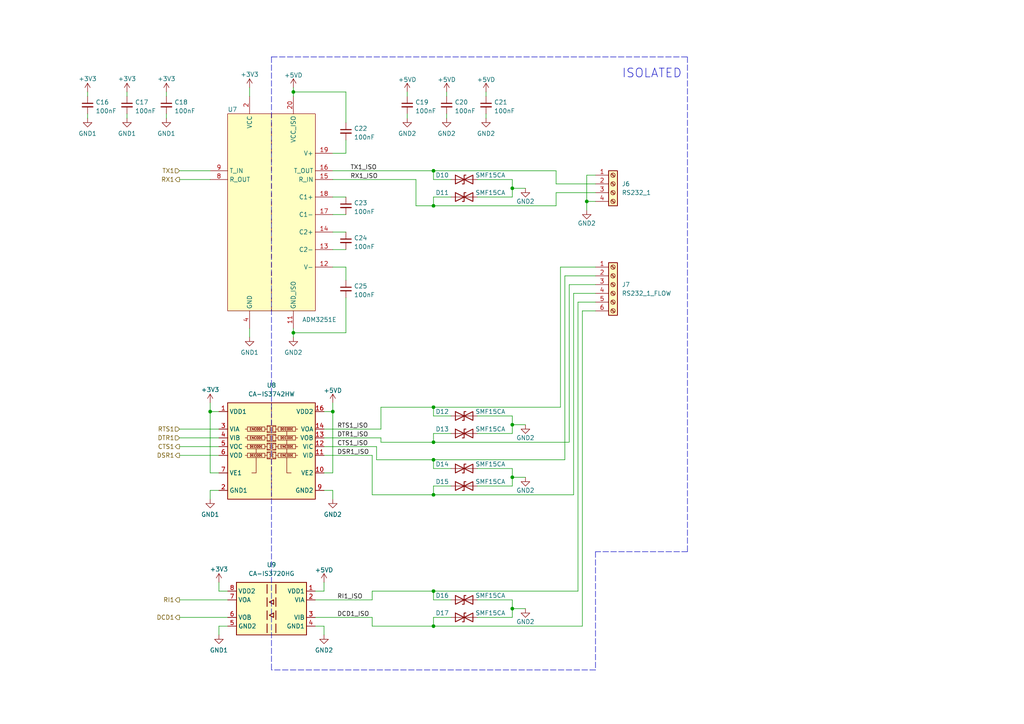
<source format=kicad_sch>
(kicad_sch (version 20211123) (generator eeschema)
  (paper "A4")
  (title_block (title "CH344 Isolated Serial Adapter") (date "2022-10-29") (rev "1") (company "Sleepy Pony Labs"))
  (lib_symbols
    (symbol "Connector:Screw_Terminal_01x04" (pin_names (offset 1.016) hide)
      (property "Reference" "J" (at 0 5.08 0))
      (property "Value" "Screw_Terminal_01x04" (at 0 -7.62 0))
      (symbol "Screw_Terminal_01x04_1_1"
        (rectangle (start -1.27 3.81) (end 1.27 -6.35) (stroke (width 0.254)) (fill (type background)))
        (circle (center 0 -5.08) (radius 0.635) (stroke (width 0.1524)))
        (circle (center 0 -2.54) (radius 0.635) (stroke (width 0.1524)))
        (polyline (pts (xy -0.5334 -4.7498) (xy 0.3302 -5.588)) (stroke (width 0.1524)))
        (polyline (pts (xy -0.5334 -2.2098) (xy 0.3302 -3.048)) (stroke (width 0.1524)))
        (polyline (pts (xy -0.5334 0.3302) (xy 0.3302 -0.508)) (stroke (width 0.1524)))
        (polyline (pts (xy -0.5334 2.8702) (xy 0.3302 2.032)) (stroke (width 0.1524)))
        (polyline (pts (xy -0.3556 -4.572) (xy 0.508 -5.4102)) (stroke (width 0.1524)))
        (polyline (pts (xy -0.3556 -2.032) (xy 0.508 -2.8702)) (stroke (width 0.1524)))
        (polyline (pts (xy -0.3556 0.508) (xy 0.508 -0.3302)) (stroke (width 0.1524)))
        (polyline (pts (xy -0.3556 3.048) (xy 0.508 2.2098)) (stroke (width 0.1524)))
        (circle (center 0 0) (radius 0.635) (stroke (width 0.1524)))
        (circle (center 0 2.54) (radius 0.635) (stroke (width 0.1524)))
        (pin passive line (at -5.08 2.54 0) (length 3.81) (name "Pin_1") (number "1"))
        (pin passive line (at -5.08 0 0) (length 3.81) (name "Pin_2") (number "2"))
        (pin passive line (at -5.08 -2.54 0) (length 3.81) (name "Pin_3") (number "3"))
        (pin passive line (at -5.08 -5.08 0) (length 3.81) (name "Pin_4") (number "4"))
      )
    )
    (symbol "Connector:Screw_Terminal_01x06" (pin_names (offset 1.016) hide)
      (property "Reference" "J" (at 0 7.62 0))
      (property "Value" "Screw_Terminal_01x06" (at 0 -10.16 0))
      (symbol "Screw_Terminal_01x06_1_1"
        (rectangle (start -1.27 6.35) (end 1.27 -8.89) (stroke (width 0.254)) (fill (type background)))
        (circle (center 0 -7.62) (radius 0.635) (stroke (width 0.1524)))
        (circle (center 0 -5.08) (radius 0.635) (stroke (width 0.1524)))
        (circle (center 0 -2.54) (radius 0.635) (stroke (width 0.1524)))
        (polyline (pts (xy -0.5334 -7.2898) (xy 0.3302 -8.128)) (stroke (width 0.1524)))
        (polyline (pts (xy -0.5334 -4.7498) (xy 0.3302 -5.588)) (stroke (width 0.1524)))
        (polyline (pts (xy -0.5334 -2.2098) (xy 0.3302 -3.048)) (stroke (width 0.1524)))
        (polyline (pts (xy -0.5334 0.3302) (xy 0.3302 -0.508)) (stroke (width 0.1524)))
        (polyline (pts (xy -0.5334 2.8702) (xy 0.3302 2.032)) (stroke (width 0.1524)))
        (polyline (pts (xy -0.5334 5.4102) (xy 0.3302 4.572)) (stroke (width 0.1524)))
        (polyline (pts (xy -0.3556 -7.112) (xy 0.508 -7.9502)) (stroke (width 0.1524)))
        (polyline (pts (xy -0.3556 -4.572) (xy 0.508 -5.4102)) (stroke (width 0.1524)))
        (polyline (pts (xy -0.3556 -2.032) (xy 0.508 -2.8702)) (stroke (width 0.1524)))
        (polyline (pts (xy -0.3556 0.508) (xy 0.508 -0.3302)) (stroke (width 0.1524)))
        (polyline (pts (xy -0.3556 3.048) (xy 0.508 2.2098)) (stroke (width 0.1524)))
        (polyline (pts (xy -0.3556 5.588) (xy 0.508 4.7498)) (stroke (width 0.1524)))
        (circle (center 0 0) (radius 0.635) (stroke (width 0.1524)))
        (circle (center 0 2.54) (radius 0.635) (stroke (width 0.1524)))
        (circle (center 0 5.08) (radius 0.635) (stroke (width 0.1524)))
        (pin passive line (at -5.08 5.08 0) (length 3.81) (name "Pin_1") (number "1"))
        (pin passive line (at -5.08 2.54 0) (length 3.81) (name "Pin_2") (number "2"))
        (pin passive line (at -5.08 0 0) (length 3.81) (name "Pin_3") (number "3"))
        (pin passive line (at -5.08 -2.54 0) (length 3.81) (name "Pin_4") (number "4"))
        (pin passive line (at -5.08 -5.08 0) (length 3.81) (name "Pin_5") (number "5"))
        (pin passive line (at -5.08 -7.62 0) (length 3.81) (name "Pin_6") (number "6"))
      )
    )
    (symbol "Device:C_Small" (pin_numbers hide) (pin_names (offset 0.254) hide)
      (property "Reference" "C" (at 0.254 1.778 0))
      (property "Value" "C_Small" (at 0.254 -2.032 0))
      (symbol "C_Small_0_1"
        (polyline (pts (xy -1.524 -0.508) (xy 1.524 -0.508)) (stroke (width 0.3302)))
        (polyline (pts (xy -1.524 0.508) (xy 1.524 0.508)) (stroke (width 0.3048)))
      )
      (symbol "C_Small_1_1"
        (pin passive line (at 0 2.54 270) (length 2.032) (name "~") (number "1"))
        (pin passive line (at 0 -2.54 90) (length 2.032) (name "~") (number "2"))
      )
    )
    (symbol "Device:D_TVS" (pin_numbers hide) (pin_names (offset 1.016) hide)
      (property "Reference" "D" (at 0 2.54 0))
      (property "Value" "D_TVS" (at 0 -2.54 0))
      (symbol "D_TVS_0_1"
        (polyline (pts (xy 1.27 0) (xy -1.27 0)))
        (polyline (pts (xy 0.508 1.27) (xy 0 1.27) (xy 0 -1.27) (xy -0.508 -1.27)) (stroke (width 0.254)))
        (polyline (pts (xy -2.54 1.27) (xy -2.54 -1.27) (xy 2.54 1.27) (xy 2.54 -1.27) (xy -2.54 1.27)) (stroke (width 0.254)))
      )
      (symbol "D_TVS_1_1"
        (pin passive line (at -3.81 0 0) (length 2.54) (name "A1") (number "1"))
        (pin passive line (at 3.81 0 180) (length 2.54) (name "A2") (number "2"))
      )
    )
    (symbol "Isolator:ADuM1200AR"
      (property "Reference" "U" (at -10.16 8.89 0))
      (property "Value" "ADuM1200AR" (at -2.032 8.89 0))
      (symbol "ADuM1200AR_0_1"
        (rectangle (start -10.16 7.62) (end 10.16 -7.62) (stroke (width 0.254)) (fill (type background)))
        (polyline (pts (xy -1.27 -4.445) (xy -1.27 -6.985)) (stroke (width 0.254)))
        (polyline (pts (xy -1.27 -0.635) (xy -1.27 -3.175)) (stroke (width 0.254)))
        (polyline (pts (xy -1.27 3.175) (xy -1.27 0.635)) (stroke (width 0.254)))
        (polyline (pts (xy -1.27 6.985) (xy -1.27 4.445)) (stroke (width 0.254)))
        (polyline (pts (xy 1.27 -4.445) (xy 1.27 -6.985)) (stroke (width 0.254)))
        (polyline (pts (xy 1.27 -0.635) (xy 1.27 -3.175)) (stroke (width 0.254)))
        (polyline (pts (xy 1.27 3.175) (xy 1.27 0.635)) (stroke (width 0.254)))
        (polyline (pts (xy 1.27 6.985) (xy 1.27 4.445)) (stroke (width 0.254)))
        (polyline (pts (xy -0.635 -1.27) (xy -0.635 -2.54) (xy 0.635 -1.905) (xy -0.635 -1.27)) (stroke (width 0.254)))
        (polyline (pts (xy -0.635 1.27) (xy 0.635 1.905) (xy -0.635 2.54) (xy -0.635 1.27)) (stroke (width 0.254)))
      )
      (symbol "ADuM1200AR_1_1"
        (pin power_in line (at -12.7 5.08 0) (length 2.54) (name "VDD1") (number "1"))
        (pin input line (at -12.7 2.54 0) (length 2.54) (name "VIA") (number "2"))
        (pin input line (at -12.7 -2.54 0) (length 2.54) (name "VIB") (number "3"))
        (pin power_in line (at -12.7 -5.08 0) (length 2.54) (name "GND1") (number "4"))
        (pin power_in line (at 12.7 -5.08 180) (length 2.54) (name "GND2") (number "5"))
        (pin output line (at 12.7 -2.54 180) (length 2.54) (name "VOB") (number "6"))
        (pin output line (at 12.7 2.54 180) (length 2.54) (name "VOA") (number "7"))
        (pin power_in line (at 12.7 5.08 180) (length 2.54) (name "VDD2") (number "8"))
      )
    )
    (symbol "Isolator:ADuM1402xRW"
      (property "Reference" "U" (at 0 19.05 0))
      (property "Value" "ADuM1402xRW" (at 0 16.51 0))
      (symbol "ADuM1402xRW_0_0"
        (rectangle (start -1.905 0.635) (end -6.985 -0.635))
        (rectangle (start -1.27 1.016) (end 1.27 -1.016))
        (rectangle (start -1.27 3.556) (end 1.27 1.524))
        (rectangle (start -1.27 6.096) (end 1.27 4.064))
        (rectangle (start -1.27 8.636) (end 1.27 6.604))
        (arc (start -0.508 -0.762) (mid -0.254 -0.508) (end -0.508 -0.254))
        (arc (start -0.508 -0.254) (mid -0.254 0) (end -0.508 0.254))
        (arc (start -0.508 0.254) (mid -0.254 0.508) (end -0.508 0.762))
        (arc (start -0.508 1.778) (mid -0.254 2.032) (end -0.508 2.286))
        (arc (start -0.508 2.286) (mid -0.254 2.54) (end -0.508 2.794))
        (arc (start -0.508 2.794) (mid -0.254 3.048) (end -0.508 3.302))
        (arc (start -0.508 4.318) (mid -0.254 4.572) (end -0.508 4.826))
        (arc (start -0.508 4.826) (mid -0.254 5.08) (end -0.508 5.334))
        (arc (start -0.508 5.334) (mid -0.254 5.588) (end -0.508 5.842))
        (arc (start -0.508 6.858) (mid -0.254 7.112) (end -0.508 7.366))
        (arc (start -0.508 7.366) (mid -0.254 7.62) (end -0.508 7.874))
        (arc (start -0.508 7.874) (mid -0.254 8.128) (end -0.508 8.382))
        (polyline (pts (xy -6.985 0) (xy -7.62 0)))
        (polyline (pts (xy -6.985 2.54) (xy -7.62 2.54)))
        (polyline (pts (xy -6.985 5.08) (xy -7.62 5.08)))
        (polyline (pts (xy -6.985 7.62) (xy -7.62 7.62)))
        (polyline (pts (xy -4.445 -1.27) (xy -4.445 -0.635)))
        (polyline (pts (xy -4.445 0.635) (xy -4.445 1.905)))
        (polyline (pts (xy -1.905 0) (xy -1.27 0)))
        (polyline (pts (xy -1.905 2.54) (xy -1.27 2.54)))
        (polyline (pts (xy -1.905 5.08) (xy -1.27 5.08)))
        (polyline (pts (xy -1.905 7.62) (xy -1.27 7.62)))
        (polyline (pts (xy -1.27 -0.762) (xy -0.508 -0.762)))
        (polyline (pts (xy -1.27 0.762) (xy -0.508 0.762)))
        (polyline (pts (xy -1.27 1.778) (xy -0.508 1.778)))
        (polyline (pts (xy -1.27 3.302) (xy -0.508 3.302)))
        (polyline (pts (xy -1.27 4.318) (xy -0.508 4.318)))
        (polyline (pts (xy -1.27 5.842) (xy -0.508 5.842)))
        (polyline (pts (xy -1.27 6.858) (xy -0.508 6.858)))
        (polyline (pts (xy -1.27 8.382) (xy -0.508 8.382)))
        (polyline (pts (xy 0 -10.795) (xy 0 -12.065)))
        (polyline (pts (xy 0 -8.89) (xy 0 -10.16)))
        (polyline (pts (xy 0 -6.985) (xy 0 -8.255)))
        (polyline (pts (xy 0 -5.08) (xy 0 -6.35)))
        (polyline (pts (xy 0 -3.175) (xy 0 -4.445)))
        (polyline (pts (xy 0 -1.27) (xy 0 -2.54)))
        (polyline (pts (xy 0 8.89) (xy 0 10.16)))
        (polyline (pts (xy 0 10.795) (xy 0 12.065)))
        (polyline (pts (xy 0 12.7) (xy 0 13.97)))
        (polyline (pts (xy 0 15.24) (xy 0 14.605)))
        (polyline (pts (xy 1.27 -0.762) (xy 0.508 -0.762)))
        (polyline (pts (xy 1.27 0.762) (xy 0.508 0.762)))
        (polyline (pts (xy 1.27 1.778) (xy 0.508 1.778)))
        (polyline (pts (xy 1.27 3.302) (xy 0.508 3.302)))
        (polyline (pts (xy 1.27 4.318) (xy 0.508 4.318)))
        (polyline (pts (xy 1.27 5.842) (xy 0.508 5.842)))
        (polyline (pts (xy 1.27 6.858) (xy 0.508 6.858)))
        (polyline (pts (xy 1.27 8.382) (xy 0.508 8.382)))
        (polyline (pts (xy 1.905 0) (xy 1.27 0)))
        (polyline (pts (xy 1.905 2.54) (xy 1.27 2.54)))
        (polyline (pts (xy 1.905 5.08) (xy 1.27 5.08)))
        (polyline (pts (xy 1.905 7.62) (xy 1.27 7.62)))
        (polyline (pts (xy 4.445 0.635) (xy 4.445 1.905)))
        (polyline (pts (xy 4.445 3.175) (xy 4.445 4.445)))
        (polyline (pts (xy 4.445 5.715) (xy 4.445 6.985)))
        (polyline (pts (xy 6.985 0) (xy 7.62 0)))
        (polyline (pts (xy 6.985 2.54) (xy 7.62 2.54)))
        (polyline (pts (xy 6.985 5.08) (xy 7.62 5.08)))
        (polyline (pts (xy 6.985 7.62) (xy 7.62 7.62)))
        (polyline (pts (xy -4.445 -1.27) (xy -4.445 -5.08) (xy -5.715 -5.08)))
        (polyline (pts (xy 5.715 -5.08) (xy 4.445 -5.08) (xy 4.445 -0.635)))
        (arc (start 0.508 -0.254) (mid 0.254 -0.508) (end 0.508 -0.762))
        (arc (start 0.508 0.254) (mid 0.254 0) (end 0.508 -0.254))
        (arc (start 0.508 0.762) (mid 0.254 0.508) (end 0.508 0.254))
        (arc (start 0.508 2.286) (mid 0.254 2.032) (end 0.508 1.778))
        (arc (start 0.508 2.794) (mid 0.254 2.54) (end 0.508 2.286))
        (arc (start 0.508 3.302) (mid 0.254 3.048) (end 0.508 2.794))
        (arc (start 0.508 4.826) (mid 0.254 4.572) (end 0.508 4.318))
        (arc (start 0.508 5.334) (mid 0.254 5.08) (end 0.508 4.826))
        (arc (start 0.508 5.842) (mid 0.254 5.588) (end 0.508 5.334))
        (arc (start 0.508 7.366) (mid 0.254 7.112) (end 0.508 6.858))
        (arc (start 0.508 7.874) (mid 0.254 7.62) (end 0.508 7.366))
        (arc (start 0.508 8.382) (mid 0.254 8.128) (end 0.508 7.874))
        (rectangle (start 1.905 0.635) (end 6.985 -0.635))
        (rectangle (start 1.905 3.175) (end 6.985 1.905))
        (rectangle (start 1.905 5.715) (end 6.985 4.445))
        (rectangle (start 1.905 8.255) (end 6.985 6.985))
        (text "DECODE" (at -4.445 0 0) (effects (font (size 0.635 0.635))))
        (text "DECODE" (at -4.445 2.54 0) (effects (font (size 0.635 0.635))))
        (text "DECODE" (at 4.445 5.08 0) (effects (font (size 0.635 0.635))))
        (text "DECODE" (at 4.445 7.62 0) (effects (font (size 0.635 0.635))))
        (text "ENCODE" (at -4.445 5.08 0) (effects (font (size 0.635 0.635))))
        (text "ENCODE" (at -4.445 7.62 0) (effects (font (size 0.635 0.635))))
        (text "ENCODE" (at 4.445 0 0) (effects (font (size 0.635 0.635))))
        (text "ENCODE" (at 4.445 2.54 0) (effects (font (size 0.635 0.635))))
      )
      (symbol "ADuM1402xRW_0_1"
        (rectangle (start -12.7 15.24) (end 12.7 -12.7) (stroke (width 0.254)) (fill (type background)))
        (rectangle (start -1.905 3.175) (end -6.985 1.905))
        (rectangle (start -1.905 5.715) (end -6.985 4.445))
        (rectangle (start -1.905 8.255) (end -6.985 6.985))
      )
      (symbol "ADuM1402xRW_1_1"
        (pin power_in line (at -15.24 12.7 0) (length 2.54) (name "VDD1") (number "1"))
        (pin input line (at 15.24 -5.08 180) (length 2.54) (name "VE2") (number "10"))
        (pin input line (at 15.24 0 180) (length 2.54) (name "VID") (number "11"))
        (pin input line (at 15.24 2.54 180) (length 2.54) (name "VIC") (number "12"))
        (pin output line (at 15.24 5.08 180) (length 2.54) (name "VOB") (number "13"))
        (pin output line (at 15.24 7.62 180) (length 2.54) (name "VOA") (number "14"))
        (pin passive line (at 15.24 -10.16 180) (length 2.54) hide (name "GND2") (number "15"))
        (pin power_in line (at 15.24 12.7 180) (length 2.54) (name "VDD2") (number "16"))
        (pin power_in line (at -15.24 -10.16 0) (length 2.54) (name "GND1") (number "2"))
        (pin input line (at -15.24 7.62 0) (length 2.54) (name "VIA") (number "3"))
        (pin input line (at -15.24 5.08 0) (length 2.54) (name "VIB") (number "4"))
        (pin output line (at -15.24 2.54 0) (length 2.54) (name "VOC") (number "5"))
        (pin output line (at -15.24 0 0) (length 2.54) (name "VOD") (number "6"))
        (pin input line (at -15.24 -5.08 0) (length 2.54) (name "VE1") (number "7"))
        (pin passive line (at -15.24 -10.16 0) (length 2.54) hide (name "GND1") (number "8"))
        (pin power_in line (at 15.24 -10.16 180) (length 2.54) (name "GND2") (number "9"))
      )
    )
    (symbol "isolated_serial_adapter:ADM3251E"
      (property "Reference" "U" (at -11.43 30.48 0))
      (property "Value" "ADM3251E" (at 13.97 -30.48 0))
      (symbol "ADM3251E_0_1"
        (rectangle (start -12.7 29.21) (end 12.7 -27.94) (stroke (width 0.1524)) (fill (type background)))
        (polyline (pts (xy 0 -26.67) (xy 0 -27.94)) (stroke (width 0.1524)))
        (polyline (pts (xy 0 -24.13) (xy 0 -25.4)) (stroke (width 0.1524)))
        (polyline (pts (xy 0 -21.59) (xy 0 -22.86)) (stroke (width 0.1524)))
        (polyline (pts (xy 0 -19.05) (xy 0 -20.32)) (stroke (width 0.1524)))
        (polyline (pts (xy 0 -16.51) (xy 0 -17.78)) (stroke (width 0.1524)))
        (polyline (pts (xy 0 -13.97) (xy 0 -15.24)) (stroke (width 0.1524)))
        (polyline (pts (xy 0 -11.43) (xy 0 -12.7)) (stroke (width 0.1524)))
        (polyline (pts (xy 0 -8.89) (xy 0 -10.16)) (stroke (width 0.1524)))
        (polyline (pts (xy 0 -6.35) (xy 0 -7.62)) (stroke (width 0.1524)))
        (polyline (pts (xy 0 -3.81) (xy 0 -5.08)) (stroke (width 0.1524)))
        (polyline (pts (xy 0 -1.27) (xy 0 -2.54)) (stroke (width 0.1524)))
        (polyline (pts (xy 0 1.27) (xy 0 0)) (stroke (width 0.1524)))
        (polyline (pts (xy 0 3.81) (xy 0 2.54)) (stroke (width 0.1524)))
        (polyline (pts (xy 0 6.35) (xy 0 5.08)) (stroke (width 0.1524)))
        (polyline (pts (xy 0 8.89) (xy 0 7.62)) (stroke (width 0.1524)))
        (polyline (pts (xy 0 11.43) (xy 0 10.16)) (stroke (width 0.1524)))
        (polyline (pts (xy 0 13.97) (xy 0 12.7)) (stroke (width 0.1524)))
        (polyline (pts (xy 0 16.51) (xy 0 15.24)) (stroke (width 0.1524)))
        (polyline (pts (xy 0 19.05) (xy 0 17.78)) (stroke (width 0.1524)))
        (polyline (pts (xy 0 21.59) (xy 0 20.32)) (stroke (width 0.1524)))
        (polyline (pts (xy 0 24.13) (xy 0 22.86)) (stroke (width 0.1524)))
        (polyline (pts (xy 0 26.67) (xy 0 25.4)) (stroke (width 0.1524)))
        (polyline (pts (xy 0 29.21) (xy 0 27.94)) (stroke (width 0.1524)))
      )
      (symbol "ADM3251E_1_1"
        (pin no_connect line (at -17.78 -15.24 0) (length 5.08) hide (name "NC") (number "1"))
        (pin power_in line (at -6.35 -33.02 90) (length 5.08) hide (name "GND") (number "10"))
        (pin power_in line (at 6.35 -33.02 90) (length 5.08) (name "GND_ISO") (number "11"))
        (pin passive line (at 17.78 -15.24 180) (length 5.08) (name "V-") (number "12"))
        (pin passive line (at 17.78 -10.16 180) (length 5.08) (name "C2-") (number "13"))
        (pin passive line (at 17.78 -5.08 180) (length 5.08) (name "C2+") (number "14"))
        (pin input line (at 17.78 10.16 180) (length 5.08) (name "R_IN") (number "15"))
        (pin output line (at 17.78 12.7 180) (length 5.08) (name "T_OUT") (number "16"))
        (pin passive line (at 17.78 0 180) (length 5.08) (name "C1-") (number "17"))
        (pin passive line (at 17.78 5.08 180) (length 5.08) (name "C1+") (number "18"))
        (pin passive line (at 17.78 17.78 180) (length 5.08) (name "V+") (number "19"))
        (pin power_in line (at -6.35 34.29 270) (length 5.08) (name "VCC") (number "2"))
        (pin power_in line (at 6.35 34.29 270) (length 5.08) (name "VCC_ISO") (number "20"))
        (pin power_in line (at -6.35 34.29 270) (length 5.08) hide (name "VCC") (number "3"))
        (pin power_in line (at -6.35 -33.02 90) (length 5.08) (name "GND") (number "4"))
        (pin power_in line (at -6.35 -33.02 90) (length 5.08) hide (name "GND") (number "5"))
        (pin power_in line (at -6.35 -33.02 90) (length 5.08) hide (name "GND") (number "6"))
        (pin power_in line (at -6.35 -33.02 90) (length 5.08) hide (name "GND") (number "7"))
        (pin output line (at -17.78 10.16 0) (length 5.08) (name "R_OUT") (number "8"))
        (pin input line (at -17.78 12.7 0) (length 5.08) (name "T_IN") (number "9"))
      )
    )
    (symbol "power:+3V3" (power) (pin_names (offset 0))
      (property "Value" "+3V3" (at 0 3.556 0))
      (symbol "+3V3_0_1"
        (polyline (pts (xy -0.762 1.27) (xy 0 2.54)))
        (polyline (pts (xy 0 0) (xy 0 2.54)))
        (polyline (pts (xy 0 2.54) (xy 0.762 1.27)))
      )
      (symbol "+3V3_1_1"
        (pin power_in line (at 0 0 90) (length 0) hide (name "+3V3") (number "1"))
      )
    )
    (symbol "power:+5VD" (power) (pin_names (offset 0))
      (property "Value" "+5VD" (at 0 3.556 0))
      (symbol "+5VD_0_1"
        (polyline (pts (xy -0.762 1.27) (xy 0 2.54)))
        (polyline (pts (xy 0 0) (xy 0 2.54)))
        (polyline (pts (xy 0 2.54) (xy 0.762 1.27)))
      )
      (symbol "+5VD_1_1"
        (pin power_in line (at 0 0 90) (length 0) hide (name "+5VD") (number "1"))
      )
    )
    (symbol "power:GND1" (power) (pin_names (offset 0))
      (property "Value" "GND1" (at 0 -3.81 0))
      (symbol "GND1_0_1"
        (polyline (pts (xy 0 0) (xy 0 -1.27) (xy 1.27 -1.27) (xy 0 -2.54) (xy -1.27 -1.27) (xy 0 -1.27)))
      )
      (symbol "GND1_1_1"
        (pin power_in line (at 0 0 270) (length 0) hide (name "GND1") (number "1"))
      )
    )
    (symbol "power:GND2" (power) (pin_names (offset 0))
      (property "Value" "GND2" (at 0 -3.81 0))
      (symbol "GND2_0_1"
        (polyline (pts (xy 0 0) (xy 0 -1.27) (xy 1.27 -1.27) (xy 0 -2.54) (xy -1.27 -1.27) (xy 0 -1.27)))
      )
      (symbol "GND2_1_1"
        (pin power_in line (at 0 0 270) (length 0) hide (name "GND2") (number "1"))
      )
    )
  )
  (junction (at 125.73 133.35))
  (junction (at 96.52 119.38))
  (junction (at 85.09 26.67))
  (junction (at 60.96 119.38))
  (junction (at 125.73 171.45))
  (junction (at 170.18 58.42))
  (junction (at 125.73 59.69))
  (junction (at 148.59 54.61))
  (junction (at 125.73 49.53))
  (junction (at 148.59 138.43))
  (junction (at 125.73 128.27))
  (junction (at 85.09 96.52))
  (junction (at 125.73 181.61))
  (junction (at 125.73 143.51))
  (junction (at 125.73 118.11))
  (junction (at 148.59 176.53))
  (junction (at 148.59 123.19))
  (wire (pts (xy 85.09 96.52) (xy 85.09 97.79)))
  (wire (pts (xy 96.52 116.84) (xy 96.52 119.38)))
  (wire (pts (xy 100.33 44.45) (xy 100.33 40.64)))
  (wire (pts (xy 148.59 176.53) (xy 148.59 179.07)))
  (wire (pts (xy 165.1 82.55) (xy 172.72 82.55)))
  (wire (pts (xy 25.4 26.67) (xy 25.4 27.94)))
  (wire (pts (xy 91.44 171.45) (xy 93.98 171.45)))
  (wire (pts (xy 161.29 59.69) (xy 161.29 55.88)))
  (wire (pts (xy 148.59 138.43) (xy 152.4 138.43)))
  (wire (pts (xy 107.95 173.99) (xy 107.95 171.45)))
  (wire (pts (xy 96.52 62.23) (xy 100.33 62.23)))
  (wire (pts (xy 140.97 26.67) (xy 140.97 27.94)))
  (wire (pts (xy 148.59 135.89) (xy 148.59 138.43)))
  (wire (pts (xy 162.56 77.47) (xy 172.72 77.47)))
  (wire (pts (xy 96.52 57.15) (xy 100.33 57.15)))
  (wire (pts (xy 148.59 125.73) (xy 138.43 125.73)))
  (wire (pts (xy 162.56 118.11) (xy 162.56 77.47)))
  (wire (pts (xy 130.81 52.07) (xy 125.73 52.07)))
  (wire (pts (xy 96.52 67.31) (xy 100.33 67.31)))
  (wire (pts (xy 125.73 52.07) (xy 125.73 49.53)))
  (wire (pts (xy 36.83 26.67) (xy 36.83 27.94)))
  (wire (pts (xy 120.65 52.07) (xy 120.65 59.69)))
  (wire (pts (xy 85.09 95.25) (xy 85.09 96.52)))
  (wire (pts (xy 138.43 120.65) (xy 148.59 120.65)))
  (wire (pts (xy 93.98 181.61) (xy 93.98 184.15)))
  (wire (pts (xy 52.07 179.07) (xy 66.04 179.07)))
  (wire (pts (xy 60.96 142.24) (xy 60.96 144.78)))
  (wire (pts (xy 36.83 33.02) (xy 36.83 34.29)))
  (wire (pts (xy 109.22 129.54) (xy 109.22 133.35)))
  (wire (pts (xy 93.98 124.46) (xy 110.49 124.46)))
  (wire (pts (xy 93.98 132.08) (xy 107.95 132.08)))
  (wire (pts (xy 60.96 119.38) (xy 63.5 119.38)))
  (wire (pts (xy 93.98 137.16) (xy 96.52 137.16)))
  (wire (pts (xy 63.5 181.61) (xy 63.5 184.15)))
  (wire (pts (xy 96.52 137.16) (xy 96.52 119.38)))
  (wire (pts (xy 125.73 173.99) (xy 125.73 171.45)))
  (wire (pts (xy 107.95 171.45) (xy 125.73 171.45)))
  (wire (pts (xy 52.07 124.46) (xy 63.5 124.46)))
  (wire (pts (xy 93.98 171.45) (xy 93.98 168.91)))
  (wire (pts (xy 48.26 26.67) (xy 48.26 27.94)))
  (wire (pts (xy 130.81 57.15) (xy 125.73 57.15)))
  (wire (pts (xy 148.59 176.53) (xy 152.4 176.53)))
  (wire (pts (xy 168.91 90.17) (xy 172.72 90.17)))
  (wire (pts (xy 167.64 87.63) (xy 172.72 87.63)))
  (wire (pts (xy 138.43 173.99) (xy 148.59 173.99)))
  (wire (pts (xy 130.81 135.89) (xy 125.73 135.89)))
  (wire (pts (xy 125.73 118.11) (xy 162.56 118.11)))
  (wire (pts (xy 52.07 52.07) (xy 60.96 52.07)))
  (wire (pts (xy 96.52 49.53) (xy 125.73 49.53)))
  (wire (pts (xy 60.96 116.84) (xy 60.96 119.38)))
  (wire (pts (xy 72.39 25.4) (xy 72.39 27.94)))
  (wire (pts (xy 172.72 58.42) (xy 170.18 58.42)))
  (wire (pts (xy 125.73 59.69) (xy 161.29 59.69)))
  (wire (pts (xy 118.11 26.67) (xy 118.11 27.94)))
  (wire (pts (xy 125.73 57.15) (xy 125.73 59.69)))
  (wire (pts (xy 161.29 55.88) (xy 172.72 55.88)))
  (wire (pts (xy 85.09 25.4) (xy 85.09 26.67)))
  (wire (pts (xy 52.07 132.08) (xy 63.5 132.08)))
  (wire (pts (xy 148.59 54.61) (xy 152.4 54.61)))
  (wire (pts (xy 93.98 142.24) (xy 96.52 142.24)))
  (wire (pts (xy 63.5 168.91) (xy 63.5 171.45)))
  (wire (pts (xy 125.73 181.61) (xy 168.91 181.61)))
  (wire (pts (xy 170.18 50.8) (xy 170.18 58.42)))
  (wire (pts (xy 52.07 173.99) (xy 66.04 173.99)))
  (wire (pts (xy 129.54 26.67) (xy 129.54 27.94)))
  (wire (pts (xy 148.59 123.19) (xy 148.59 125.73)))
  (wire (pts (xy 107.95 179.07) (xy 107.95 181.61)))
  (wire (pts (xy 110.49 124.46) (xy 110.49 118.11)))
  (wire (pts (xy 125.73 140.97) (xy 125.73 143.51)))
  (wire (pts (xy 63.5 142.24) (xy 60.96 142.24)))
  (wire (pts (xy 148.59 54.61) (xy 148.59 57.15)))
  (wire (pts (xy 148.59 120.65) (xy 148.59 123.19)))
  (wire (pts (xy 85.09 26.67) (xy 100.33 26.67)))
  (wire (pts (xy 85.09 27.94) (xy 85.09 26.67)))
  (wire (pts (xy 138.43 52.07) (xy 148.59 52.07)))
  (wire (pts (xy 100.33 96.52) (xy 100.33 86.36)))
  (polyline (pts (xy 199.39 160.02) (xy 172.72 160.02)))
  (wire (pts (xy 166.37 143.51) (xy 166.37 85.09)))
  (wire (pts (xy 91.44 173.99) (xy 107.95 173.99)))
  (wire (pts (xy 96.52 52.07) (xy 120.65 52.07)))
  (wire (pts (xy 148.59 179.07) (xy 138.43 179.07)))
  (wire (pts (xy 52.07 129.54) (xy 63.5 129.54)))
  (wire (pts (xy 165.1 128.27) (xy 165.1 82.55)))
  (wire (pts (xy 52.07 127) (xy 63.5 127)))
  (wire (pts (xy 148.59 57.15) (xy 138.43 57.15)))
  (wire (pts (xy 52.07 49.53) (xy 60.96 49.53)))
  (wire (pts (xy 25.4 33.02) (xy 25.4 34.29)))
  (wire (pts (xy 66.04 181.61) (xy 63.5 181.61)))
  (wire (pts (xy 166.37 85.09) (xy 172.72 85.09)))
  (wire (pts (xy 66.04 171.45) (xy 63.5 171.45)))
  (wire (pts (xy 100.33 77.47) (xy 100.33 81.28)))
  (wire (pts (xy 130.81 173.99) (xy 125.73 173.99)))
  (wire (pts (xy 172.72 50.8) (xy 170.18 50.8)))
  (wire (pts (xy 140.97 33.02) (xy 140.97 34.29)))
  (wire (pts (xy 125.73 133.35) (xy 163.83 133.35)))
  (wire (pts (xy 93.98 129.54) (xy 109.22 129.54)))
  (wire (pts (xy 130.81 120.65) (xy 125.73 120.65)))
  (wire (pts (xy 120.65 59.69) (xy 125.73 59.69)))
  (wire (pts (xy 148.59 138.43) (xy 148.59 140.97)))
  (wire (pts (xy 148.59 173.99) (xy 148.59 176.53)))
  (polyline (pts (xy 172.72 194.31) (xy 78.74 194.31)))
  (wire (pts (xy 72.39 95.25) (xy 72.39 97.79)))
  (wire (pts (xy 130.81 179.07) (xy 125.73 179.07)))
  (wire (pts (xy 85.09 96.52) (xy 100.33 96.52)))
  (polyline (pts (xy 199.39 16.51) (xy 199.39 160.02)))
  (wire (pts (xy 91.44 181.61) (xy 93.98 181.61)))
  (wire (pts (xy 96.52 142.24) (xy 96.52 144.78)))
  (wire (pts (xy 60.96 137.16) (xy 60.96 119.38)))
  (polyline (pts (xy 172.72 160.02) (xy 172.72 194.31)))
  (wire (pts (xy 110.49 127) (xy 110.49 128.27)))
  (wire (pts (xy 125.73 143.51) (xy 166.37 143.51)))
  (wire (pts (xy 125.73 49.53) (xy 161.29 49.53)))
  (wire (pts (xy 161.29 49.53) (xy 161.29 53.34)))
  (wire (pts (xy 148.59 123.19) (xy 152.4 123.19)))
  (wire (pts (xy 100.33 26.67) (xy 100.33 35.56)))
  (wire (pts (xy 163.83 80.01) (xy 172.72 80.01)))
  (polyline (pts (xy 78.74 16.51) (xy 199.39 16.51)))
  (wire (pts (xy 125.73 128.27) (xy 165.1 128.27)))
  (wire (pts (xy 110.49 118.11) (xy 125.73 118.11)))
  (wire (pts (xy 109.22 133.35) (xy 125.73 133.35)))
  (wire (pts (xy 96.52 44.45) (xy 100.33 44.45)))
  (wire (pts (xy 93.98 127) (xy 110.49 127)))
  (wire (pts (xy 48.26 33.02) (xy 48.26 34.29)))
  (wire (pts (xy 63.5 137.16) (xy 60.96 137.16)))
  (wire (pts (xy 118.11 33.02) (xy 118.11 34.29)))
  (wire (pts (xy 107.95 143.51) (xy 125.73 143.51)))
  (wire (pts (xy 148.59 52.07) (xy 148.59 54.61)))
  (wire (pts (xy 93.98 119.38) (xy 96.52 119.38)))
  (wire (pts (xy 125.73 171.45) (xy 167.64 171.45)))
  (polyline (pts (xy 78.74 16.51) (xy 78.74 194.31)))
  (wire (pts (xy 138.43 135.89) (xy 148.59 135.89)))
  (wire (pts (xy 125.73 125.73) (xy 125.73 128.27)))
  (wire (pts (xy 107.95 181.61) (xy 125.73 181.61)))
  (wire (pts (xy 96.52 77.47) (xy 100.33 77.47)))
  (wire (pts (xy 130.81 140.97) (xy 125.73 140.97)))
  (wire (pts (xy 125.73 135.89) (xy 125.73 133.35)))
  (wire (pts (xy 125.73 120.65) (xy 125.73 118.11)))
  (wire (pts (xy 96.52 72.39) (xy 100.33 72.39)))
  (wire (pts (xy 125.73 179.07) (xy 125.73 181.61)))
  (wire (pts (xy 168.91 181.61) (xy 168.91 90.17)))
  (wire (pts (xy 130.81 125.73) (xy 125.73 125.73)))
  (wire (pts (xy 110.49 128.27) (xy 125.73 128.27)))
  (wire (pts (xy 107.95 132.08) (xy 107.95 143.51)))
  (wire (pts (xy 170.18 58.42) (xy 170.18 60.96)))
  (wire (pts (xy 129.54 33.02) (xy 129.54 34.29)))
  (wire (pts (xy 161.29 53.34) (xy 172.72 53.34)))
  (wire (pts (xy 163.83 133.35) (xy 163.83 80.01)))
  (wire (pts (xy 167.64 171.45) (xy 167.64 87.63)))
  (wire (pts (xy 91.44 179.07) (xy 107.95 179.07)))
  (wire (pts (xy 148.59 140.97) (xy 138.43 140.97)))
  (text "ISOLATED" (at 180.34 22.86 0) (effects (font (size 2.54 2.54)) (justify left bottom)))
  (label "RTS1_ISO" (at 97.79 124.46 0))
  (label "RX1_ISO" (at 101.6 52.07 0))
  (label "DSR1_ISO" (at 97.79 132.08 0))
  (label "DTR1_ISO" (at 97.79 127 0))
  (label "RI1_ISO" (at 97.79 173.99 0))
  (label "CTS1_ISO" (at 97.79 129.54 0))
  (label "DCD1_ISO" (at 97.79 179.07 0))
  (label "TX1_ISO" (at 101.6 49.53 0))
  (hierarchical_label "TX1" (shape input) (at 52.07 49.53 180))
  (hierarchical_label "DSR1" (shape output) (at 52.07 132.08 180))
  (hierarchical_label "RX1" (shape output) (at 52.07 52.07 180))
  (hierarchical_label "DTR1" (shape input) (at 52.07 127 180))
  (hierarchical_label "RI1" (shape output) (at 52.07 173.99 180))
  (hierarchical_label "CTS1" (shape output) (at 52.07 129.54 180))
  (hierarchical_label "DCD1" (shape output) (at 52.07 179.07 180))
  (hierarchical_label "RTS1" (shape input) (at 52.07 124.46 180))
  (symbol (lib_id "power:GND2") (at 170.18 60.96 0) (unit 1)
    (property "Reference" "#PWR082" (effects hide))
    (property "Value" "GND2" (at 170.18 64.77 0))
  )
  (symbol (lib_id "Device:D_TVS") (at 134.62 179.07 0) (unit 1)
    (property "Reference" "D17" (at 128.27 177.8 0))
    (property "Value" "SMF15CA" (at 142.24 177.8 0))
    (property "Footprint" "Diode_SMD:D_SOD-123F" (effects hide))
  )
  (symbol (lib_id "Device:C_Small") (at 48.26 30.48 0) (unit 1)
    (property "Reference" "C18" (at 50.5841 29.6516 0) (effects (justify left)))
    (property "Value" "100nF" (at 50.5841 32.1885 0) (effects (justify left)))
    (property "Footprint" "Capacitor_SMD:C_0603_1608Metric" (effects hide))
  )
  (symbol (lib_id "power:GND2") (at 93.98 184.15 0) (unit 1)
    (property "Reference" "#PWR095" (effects hide))
    (property "Value" "GND2" (at 93.98 188.5934 0))
  )
  (symbol (lib_id "power:GND2") (at 96.52 144.78 0) (unit 1)
    (property "Reference" "#PWR090" (effects hide))
    (property "Value" "GND2" (at 96.52 149.2234 0))
  )
  (symbol (lib_id "power:+3V3") (at 63.5 168.91 0) (unit 1)
    (property "Reference" "#PWR091" (effects hide))
    (property "Value" "+3V3" (at 63.5 165.1 0))
  )
  (symbol (lib_id "power:GND2") (at 152.4 54.61 0) (unit 1)
    (property "Reference" "#PWR081" (effects hide))
    (property "Value" "GND2" (at 152.4 58.42 0))
  )
  (symbol (lib_id "power:+5VD") (at 93.98 168.91 0) (unit 1)
    (property "Reference" "#PWR092" (effects hide))
    (property "Value" "+5VD" (at 93.98 165.3342 0))
  )
  (symbol (lib_id "Device:C_Small") (at 100.33 83.82 0) (unit 1)
    (property "Reference" "C25" (at 102.6541 82.9916 0) (effects (justify left)))
    (property "Value" "100nF" (at 102.6541 85.5285 0) (effects (justify left)))
    (property "Footprint" "Capacitor_SMD:C_0603_1608Metric" (effects hide))
  )
  (symbol (lib_id "Device:D_TVS") (at 134.62 140.97 0) (unit 1)
    (property "Reference" "D15" (at 128.27 139.7 0))
    (property "Value" "SMF15CA" (at 142.24 139.7 0))
    (property "Footprint" "Diode_SMD:D_SOD-123F" (effects hide))
  )
  (symbol (lib_id "Device:D_TVS") (at 134.62 120.65 0) (unit 1)
    (property "Reference" "D12" (at 128.27 119.38 0))
    (property "Value" "SMF15CA" (at 142.24 119.38 0))
    (property "Footprint" "Diode_SMD:D_SOD-123F" (effects hide))
  )
  (symbol (lib_id "power:GND1") (at 48.26 34.29 0) (unit 1)
    (property "Reference" "#PWR077" (effects hide))
    (property "Value" "GND1" (at 48.26 38.7334 0))
  )
  (symbol (lib_id "isolated_serial_adapter:ADM3251E") (at 78.74 62.23 0) (unit 1)
    (property "Reference" "U7" (at 66.04 31.75 0) (effects (justify left)))
    (property "Value" "ADM3251E" (at 87.63 92.71 0) (effects (justify left)))
    (property "Footprint" "Package_SO:SOIC-20W_7.5x12.8mm_P1.27mm" (effects hide))
    (property "Datasheet" "https://www.analog.com/media/en/technical-documentation/data-sheets/ADM3251E.pdf" (effects hide))
  )
  (symbol (lib_id "power:GND2") (at 152.4 176.53 0) (unit 1)
    (property "Reference" "#PWR093" (effects hide))
    (property "Value" "GND2" (at 152.4 180.34 0))
  )
  (symbol (lib_id "Connector:Screw_Terminal_01x04") (at 177.8 53.34 0) (unit 1)
    (property "Reference" "J6" (at 180.34 53.3399 0) (effects (justify left)))
    (property "Value" "RS232_1" (at 180.34 55.8799 0) (effects (justify left)))
    (property "Footprint" "isolated_serial_adapter:TerminalBlock_Degson_1x04_P3.50mm_Horizontal" (effects hide))
  )
  (symbol (lib_id "power:+5VD") (at 96.52 116.84 0) (unit 1)
    (property "Reference" "#PWR086" (effects hide))
    (property "Value" "+5VD" (at 96.52 113.2642 0))
  )
  (symbol (lib_id "Device:C_Small") (at 100.33 59.69 0) (unit 1)
    (property "Reference" "C23" (at 102.6541 58.8616 0) (effects (justify left)))
    (property "Value" "100nF" (at 102.6541 61.3985 0) (effects (justify left)))
    (property "Footprint" "Capacitor_SMD:C_0603_1608Metric" (effects hide))
  )
  (symbol (lib_id "Isolator:ADuM1402xRW") (at 78.74 132.08 0) (unit 1)
    (property "Reference" "U8" (at 78.74 111.76 0))
    (property "Value" "CA-IS3742HW" (at 78.74 114.3 0))
    (property "Footprint" "Package_SO:SOIC-16W_7.5x10.3mm_P1.27mm" (effects hide))
    (property "Datasheet" "https://www.analog.com/media/en/technical-documentation/data-sheets/ADUM1400_1401_1402.pdf" (effects hide))
  )
  (symbol (lib_id "power:GND1") (at 36.83 34.29 0) (unit 1)
    (property "Reference" "#PWR076" (effects hide))
    (property "Value" "GND1" (at 36.83 38.7334 0))
  )
  (symbol (lib_id "Device:D_TVS") (at 134.62 125.73 0) (unit 1)
    (property "Reference" "D13" (at 128.27 124.46 0))
    (property "Value" "SMF15CA" (at 142.24 124.46 0))
    (property "Footprint" "Diode_SMD:D_SOD-123F" (effects hide))
  )
  (symbol (lib_id "power:GND2") (at 118.11 34.29 0) (unit 1)
    (property "Reference" "#PWR078" (effects hide))
    (property "Value" "GND2" (at 118.11 38.7334 0))
  )
  (symbol (lib_id "power:+3V3") (at 60.96 116.84 0) (unit 1)
    (property "Reference" "#PWR085" (effects hide))
    (property "Value" "+3V3" (at 60.96 113.03 0))
  )
  (symbol (lib_id "power:GND2") (at 85.09 97.79 0) (unit 1)
    (property "Reference" "#PWR084" (effects hide))
    (property "Value" "GND2" (at 85.09 102.2334 0))
  )
  (symbol (lib_id "Device:C_Small") (at 100.33 38.1 0) (unit 1)
    (property "Reference" "C22" (at 102.6541 37.2716 0) (effects (justify left)))
    (property "Value" "100nF" (at 102.6541 39.8085 0) (effects (justify left)))
    (property "Footprint" "Capacitor_SMD:C_0603_1608Metric" (effects hide))
  )
  (symbol (lib_id "Device:C_Small") (at 140.97 30.48 0) (unit 1)
    (property "Reference" "C21" (at 143.2941 29.6516 0) (effects (justify left)))
    (property "Value" "100nF" (at 143.2941 32.1885 0) (effects (justify left)))
    (property "Footprint" "Capacitor_SMD:C_0603_1608Metric" (effects hide))
  )
  (symbol (lib_id "power:GND1") (at 25.4 34.29 0) (unit 1)
    (property "Reference" "#PWR075" (effects hide))
    (property "Value" "GND1" (at 25.4 38.7334 0))
  )
  (symbol (lib_id "Isolator:ADuM1200AR") (at 78.74 176.53 0) (mirror y) (unit 1)
    (property "Reference" "U9" (at 78.74 163.83 0))
    (property "Value" "CA-IS3720HG" (at 78.74 166.37 0))
    (property "Footprint" "isolated_serial_adapter:SOIC-8_7.5x5.85mm_P1.27mm_modified" (effects hide))
    (property "Datasheet" "https://www.analog.com/media/en/technical-documentation/data-sheets/ADuM1200_1201.pdf" (effects hide))
  )
  (symbol (lib_id "Device:C_Small") (at 129.54 30.48 0) (unit 1)
    (property "Reference" "C20" (at 131.8641 29.6516 0) (effects (justify left)))
    (property "Value" "100nF" (at 131.8641 32.1885 0) (effects (justify left)))
    (property "Footprint" "Capacitor_SMD:C_0603_1608Metric" (effects hide))
  )
  (symbol (lib_id "power:+5VD") (at 129.54 26.67 0) (unit 1)
    (property "Reference" "#PWR073" (effects hide))
    (property "Value" "+5VD" (at 129.54 23.0942 0))
  )
  (symbol (lib_id "power:GND1") (at 72.39 97.79 0) (unit 1)
    (property "Reference" "#PWR083" (effects hide))
    (property "Value" "GND1" (at 72.39 102.2334 0))
  )
  (symbol (lib_id "Device:D_TVS") (at 134.62 135.89 0) (unit 1)
    (property "Reference" "D14" (at 128.27 134.62 0))
    (property "Value" "SMF15CA" (at 142.24 134.62 0))
    (property "Footprint" "Diode_SMD:D_SOD-123F" (effects hide))
  )
  (symbol (lib_id "power:+3V3") (at 72.39 25.4 0) (unit 1)
    (property "Reference" "#PWR067" (effects hide))
    (property "Value" "+3V3" (at 72.39 21.59 0))
  )
  (symbol (lib_id "power:GND1") (at 63.5 184.15 0) (unit 1)
    (property "Reference" "#PWR094" (effects hide))
    (property "Value" "GND1" (at 63.5 188.5934 0))
  )
  (symbol (lib_id "power:+5VD") (at 118.11 26.67 0) (unit 1)
    (property "Reference" "#PWR072" (effects hide))
    (property "Value" "+5VD" (at 118.11 23.0942 0))
  )
  (symbol (lib_id "power:+3V3") (at 25.4 26.67 0) (unit 1)
    (property "Reference" "#PWR069" (effects hide))
    (property "Value" "+3V3" (at 25.4 22.86 0))
  )
  (symbol (lib_id "power:GND2") (at 129.54 34.29 0) (unit 1)
    (property "Reference" "#PWR079" (effects hide))
    (property "Value" "GND2" (at 129.54 38.7334 0))
  )
  (symbol (lib_id "power:+3V3") (at 36.83 26.67 0) (unit 1)
    (property "Reference" "#PWR070" (effects hide))
    (property "Value" "+3V3" (at 36.83 22.86 0))
  )
  (symbol (lib_id "power:+3V3") (at 48.26 26.67 0) (unit 1)
    (property "Reference" "#PWR071" (effects hide))
    (property "Value" "+3V3" (at 48.26 22.86 0))
  )
  (symbol (lib_id "power:GND2") (at 152.4 138.43 0) (unit 1)
    (property "Reference" "#PWR088" (effects hide))
    (property "Value" "GND2" (at 152.4 142.24 0))
  )
  (symbol (lib_id "power:+5VD") (at 85.09 25.4 0) (unit 1)
    (property "Reference" "#PWR068" (effects hide))
    (property "Value" "+5VD" (at 85.09 21.8242 0))
  )
  (symbol (lib_id "Device:D_TVS") (at 134.62 52.07 0) (unit 1)
    (property "Reference" "D10" (at 128.27 50.8 0))
    (property "Value" "SMF15CA" (at 142.24 50.8 0))
    (property "Footprint" "Diode_SMD:D_SOD-123F" (effects hide))
  )
  (symbol (lib_id "power:GND2") (at 152.4 123.19 0) (unit 1)
    (property "Reference" "#PWR087" (effects hide))
    (property "Value" "GND2" (at 152.4 127 0))
  )
  (symbol (lib_id "power:+5VD") (at 140.97 26.67 0) (unit 1)
    (property "Reference" "#PWR074" (effects hide))
    (property "Value" "+5VD" (at 140.97 23.0942 0))
  )
  (symbol (lib_id "Device:C_Small") (at 100.33 69.85 0) (unit 1)
    (property "Reference" "C24" (at 102.6541 69.0216 0) (effects (justify left)))
    (property "Value" "100nF" (at 102.6541 71.5585 0) (effects (justify left)))
    (property "Footprint" "Capacitor_SMD:C_0603_1608Metric" (effects hide))
  )
  (symbol (lib_id "Device:C_Small") (at 25.4 30.48 0) (unit 1)
    (property "Reference" "C16" (at 27.7241 29.6516 0) (effects (justify left)))
    (property "Value" "100nF" (at 27.7241 32.1885 0) (effects (justify left)))
    (property "Footprint" "Capacitor_SMD:C_0603_1608Metric" (effects hide))
  )
  (symbol (lib_id "Device:C_Small") (at 36.83 30.48 0) (unit 1)
    (property "Reference" "C17" (at 39.1541 29.6516 0) (effects (justify left)))
    (property "Value" "100nF" (at 39.1541 32.1885 0) (effects (justify left)))
    (property "Footprint" "Capacitor_SMD:C_0603_1608Metric" (effects hide))
  )
  (symbol (lib_id "Device:D_TVS") (at 134.62 173.99 0) (unit 1)
    (property "Reference" "D16" (at 128.27 172.72 0))
    (property "Value" "SMF15CA" (at 142.24 172.72 0))
    (property "Footprint" "Diode_SMD:D_SOD-123F" (effects hide))
  )
  (symbol (lib_id "power:GND2") (at 140.97 34.29 0) (unit 1)
    (property "Reference" "#PWR080" (effects hide))
    (property "Value" "GND2" (at 140.97 38.7334 0))
  )
  (symbol (lib_id "Connector:Screw_Terminal_01x06") (at 177.8 82.55 0) (unit 1)
    (property "Reference" "J7" (at 180.34 82.5499 0) (effects (justify left)))
    (property "Value" "RS232_1_FLOW" (at 180.34 85.0899 0) (effects (justify left)))
    (property "Footprint" "Connector_PinHeader_2.54mm:PinHeader_2x03_P2.54mm_Horizontal" (effects hide))
  )
  (symbol (lib_id "power:GND1") (at 60.96 144.78 0) (unit 1)
    (property "Reference" "#PWR089" (effects hide))
    (property "Value" "GND1" (at 60.96 149.2234 0))
  )
  (symbol (lib_id "Device:D_TVS") (at 134.62 57.15 0) (unit 1)
    (property "Reference" "D11" (at 128.27 55.88 0))
    (property "Value" "SMF15CA" (at 142.24 55.88 0))
    (property "Footprint" "Diode_SMD:D_SOD-123F" (effects hide))
  )
  (symbol (lib_id "Device:C_Small") (at 118.11 30.48 0) (unit 1)
    (property "Reference" "C19" (at 120.4341 29.6516 0) (effects (justify left)))
    (property "Value" "100nF" (at 120.4341 32.1885 0) (effects (justify left)))
    (property "Footprint" "Capacitor_SMD:C_0603_1608Metric" (effects hide))
  )
)
</source>
